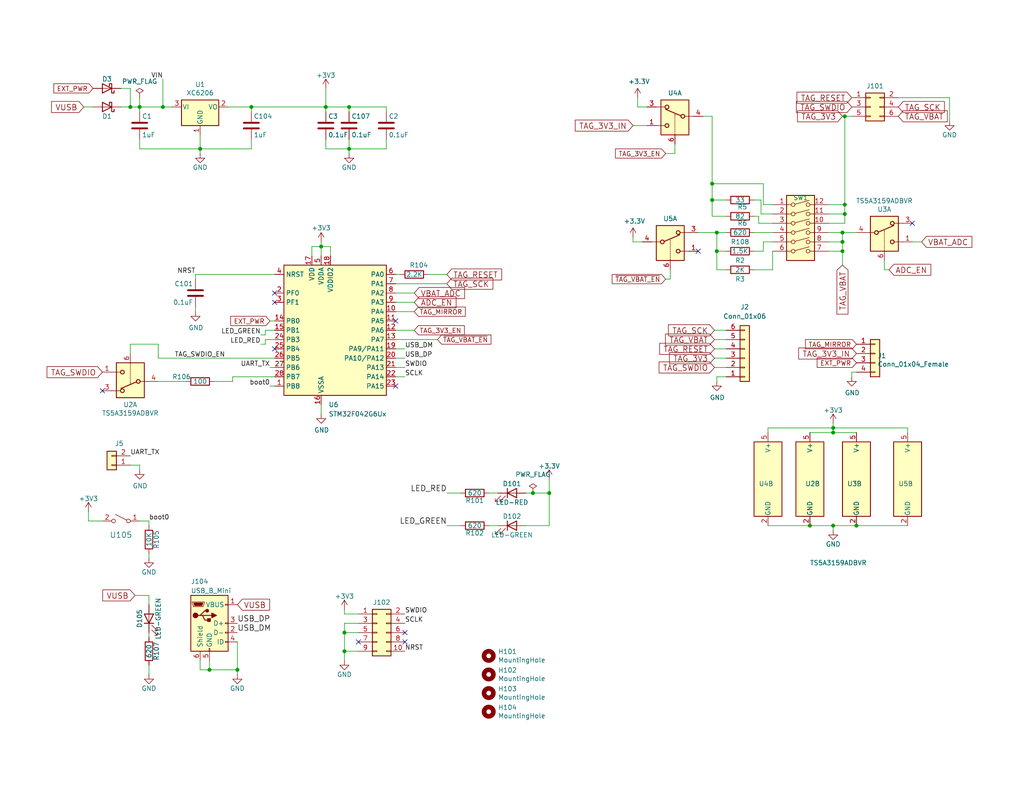
<source format=kicad_sch>
(kicad_sch (version 20211123) (generator eeschema)
  (paper "USLetter")
  (title_block (title "BitTag Base for JLCPCB fab  v7") (date "2023-05-31") (rev "7 "))
  (lib_symbols
    (symbol "Analog_Switch:TS5A3159ADBVR" (pin_names (offset 0.127))
      (property "Reference" "U" (at -3.175 4.699 0))
      (property "Value" "TS5A3159ADBVR" (at -3.175 2.921 0))
      (symbol "TS5A3159ADBVR_1_1"
        (pin passive line (at 7.62 -5.08 180) (length 2.54) (name "~") (number "1"))
        (pin passive line (at 7.62 0 180) (length 2.54) (name "~") (number "3"))
        (pin passive line (at -7.62 -2.54 0) (length 2.54) (name "~") (number "4"))
        (pin input line (at 0 -10.16 90) (length 2.54) (name "~") (number "6"))
      )
      (symbol "TS5A3159ADBVR_2_0"
        (pin power_in line (at 0 -12.7 90) (length 2.54) (name "GND") (number "2"))
        (pin power_in line (at 0 12.7 270) (length 2.54) (name "V+") (number "5"))
      )
    )
    (symbol "Connector:USB_B_Mini" (pin_names (offset 1.016))
      (property "Reference" "J" (at -5.08 11.43 0))
      (property "Value" "USB_B_Mini" (at -5.08 8.89 0))
      (symbol "USB_B_Mini_1_1"
        (pin power_out line (at 7.62 5.08 180) (length 2.54) (name "VBUS") (number "1"))
        (pin bidirectional line (at 7.62 -2.54 180) (length 2.54) (name "D-") (number "2"))
        (pin bidirectional line (at 7.62 0 180) (length 2.54) (name "D+") (number "3"))
        (pin passive line (at 7.62 -5.08 180) (length 2.54) (name "ID") (number "4"))
        (pin power_out line (at 0 -10.16 90) (length 2.54) (name "GND") (number "5"))
        (pin passive line (at -2.54 -10.16 90) (length 2.54) (name "Shield") (number "6"))
      )
    )
    (symbol "Connector_Generic:Conn_01x02" (pin_names (offset 1.016) hide)
      (property "Reference" "J" (at 0 2.54 0))
      (property "Value" "Conn_01x02" (at 0 -5.08 0))
      (symbol "Conn_01x02_1_1"
        (pin passive line (at -5.08 0 0) (length 3.81) (name "Pin_1") (number "1"))
        (pin passive line (at -5.08 -2.54 0) (length 3.81) (name "Pin_2") (number "2"))
      )
    )
    (symbol "Connector_Generic:Conn_01x04" (pin_names (offset 1.016) hide)
      (property "Reference" "J" (at 0 5.08 0))
      (property "Value" "Conn_01x04" (at 0 -7.62 0))
      (symbol "Conn_01x04_1_1"
        (pin passive line (at -5.08 2.54 0) (length 3.81) (name "Pin_1") (number "1"))
        (pin passive line (at -5.08 0 0) (length 3.81) (name "Pin_2") (number "2"))
        (pin passive line (at -5.08 -2.54 0) (length 3.81) (name "Pin_3") (number "3"))
        (pin passive line (at -5.08 -5.08 0) (length 3.81) (name "Pin_4") (number "4"))
      )
    )
    (symbol "Connector_Generic:Conn_01x06" (pin_names (offset 1.016) hide)
      (property "Reference" "J" (at 0 7.62 0))
      (property "Value" "Conn_01x06" (at 0 -10.16 0))
      (symbol "Conn_01x06_1_1"
        (pin passive line (at -5.08 5.08 0) (length 3.81) (name "Pin_1") (number "1"))
        (pin passive line (at -5.08 2.54 0) (length 3.81) (name "Pin_2") (number "2"))
        (pin passive line (at -5.08 0 0) (length 3.81) (name "Pin_3") (number "3"))
        (pin passive line (at -5.08 -2.54 0) (length 3.81) (name "Pin_4") (number "4"))
        (pin passive line (at -5.08 -5.08 0) (length 3.81) (name "Pin_5") (number "5"))
        (pin passive line (at -5.08 -7.62 0) (length 3.81) (name "Pin_6") (number "6"))
      )
    )
    (symbol "Connector_Generic:Conn_02x03_Odd_Even" (pin_names (offset 1.016) hide)
      (property "Reference" "J" (at 1.27 5.08 0))
      (property "Value" "Conn_02x03_Odd_Even" (at 1.27 -5.08 0))
      (symbol "Conn_02x03_Odd_Even_1_1"
        (pin passive line (at -5.08 2.54 0) (length 3.81) (name "Pin_1") (number "1"))
        (pin passive line (at 7.62 2.54 180) (length 3.81) (name "Pin_2") (number "2"))
        (pin passive line (at -5.08 0 0) (length 3.81) (name "Pin_3") (number "3"))
        (pin passive line (at 7.62 0 180) (length 3.81) (name "Pin_4") (number "4"))
        (pin passive line (at -5.08 -2.54 0) (length 3.81) (name "Pin_5") (number "5"))
        (pin passive line (at 7.62 -2.54 180) (length 3.81) (name "Pin_6") (number "6"))
      )
    )
    (symbol "Connector_Generic:Conn_02x05_Odd_Even" (pin_names (offset 1.016) hide)
      (property "Reference" "J" (at 1.27 7.62 0))
      (property "Value" "Conn_02x05_Odd_Even" (at 1.27 -7.62 0))
      (symbol "Conn_02x05_Odd_Even_1_1"
        (pin passive line (at -5.08 5.08 0) (length 3.81) (name "Pin_1") (number "1"))
        (pin passive line (at 7.62 -5.08 180) (length 3.81) (name "Pin_10") (number "10"))
        (pin passive line (at 7.62 5.08 180) (length 3.81) (name "Pin_2") (number "2"))
        (pin passive line (at -5.08 2.54 0) (length 3.81) (name "Pin_3") (number "3"))
        (pin passive line (at 7.62 2.54 180) (length 3.81) (name "Pin_4") (number "4"))
        (pin passive line (at -5.08 0 0) (length 3.81) (name "Pin_5") (number "5"))
        (pin passive line (at 7.62 0 180) (length 3.81) (name "Pin_6") (number "6"))
        (pin passive line (at -5.08 -2.54 0) (length 3.81) (name "Pin_7") (number "7"))
        (pin passive line (at 7.62 -2.54 180) (length 3.81) (name "Pin_8") (number "8"))
        (pin passive line (at -5.08 -5.08 0) (length 3.81) (name "Pin_9") (number "9"))
      )
    )
    (symbol "Device:C" (pin_numbers hide) (pin_names (offset 0.254))
      (property "Reference" "C" (at 0.635 2.54 0))
      (property "Value" "C" (at 0.635 -2.54 0))
      (symbol "C_1_1"
        (pin passive line (at 0 3.81 270) (length 2.794) (name "~") (number "1"))
        (pin passive line (at 0 -3.81 90) (length 2.794) (name "~") (number "2"))
      )
    )
    (symbol "Device:D_Schottky" (pin_numbers hide) (pin_names (offset 1.016) hide)
      (property "Reference" "D" (at 0 2.54 0))
      (property "Value" "D_Schottky" (at 0 -2.54 0))
      (symbol "D_Schottky_1_1"
        (pin passive line (at -3.81 0 0) (length 2.54) (name "K") (number "1"))
        (pin passive line (at 3.81 0 180) (length 2.54) (name "A") (number "2"))
      )
    )
    (symbol "Device:LED" (pin_numbers hide) (pin_names (offset 1.016) hide)
      (property "Reference" "D" (at 0 2.54 0))
      (property "Value" "LED" (at 0 -2.54 0))
      (symbol "LED_1_1"
        (pin passive line (at -3.81 0 0) (length 2.54) (name "K") (number "1"))
        (pin passive line (at 3.81 0 180) (length 2.54) (name "A") (number "2"))
      )
    )
    (symbol "Device:R" (pin_numbers hide) (pin_names (offset 0))
      (property "Reference" "R" (at 2.032 0 90))
      (property "Value" "R" (at 0 0 90))
      (symbol "R_1_1"
        (pin passive line (at 0 3.81 270) (length 1.27) (name "~") (number "1"))
        (pin passive line (at 0 -3.81 90) (length 1.27) (name "~") (number "2"))
      )
    )
    (symbol "MCU_ST_STM32F0:STM32F042G6Ux"
      (property "Reference" "U" (at -15.24 19.05 0))
      (property "Value" "STM32F042G6Ux" (at 0 19.05 0))
      (symbol "STM32F042G6Ux_1_1"
        (pin bidirectional line (at -17.78 -15.24 0) (length 2.54) (name "PB8") (number "1"))
        (pin bidirectional line (at 15.24 5.08 180) (length 2.54) (name "PA4") (number "10"))
        (pin bidirectional line (at 15.24 2.54 180) (length 2.54) (name "PA5") (number "11"))
        (pin bidirectional line (at 15.24 0 180) (length 2.54) (name "PA6") (number "12"))
        (pin bidirectional line (at 15.24 -2.54 180) (length 2.54) (name "PA7") (number "13"))
        (pin bidirectional line (at -17.78 2.54 0) (length 2.54) (name "PB0") (number "14"))
        (pin bidirectional line (at -17.78 0 0) (length 2.54) (name "PB1") (number "15"))
        (pin power_in line (at -5.08 -20.32 90) (length 2.54) (name "VSSA") (number "16"))
        (pin power_in line (at -7.62 20.32 270) (length 2.54) (name "VDD") (number "17"))
        (pin power_in line (at -2.54 20.32 270) (length 2.54) (name "VDDIO2") (number "18"))
        (pin bidirectional line (at 15.24 -5.08 180) (length 2.54) (name "PA9/PA11") (number "19"))
        (pin input line (at -17.78 10.16 0) (length 2.54) (name "PF0") (number "2"))
        (pin bidirectional line (at 15.24 -7.62 180) (length 2.54) (name "PA10/PA12") (number "20"))
        (pin bidirectional line (at 15.24 -10.16 180) (length 2.54) (name "PA13") (number "21"))
        (pin bidirectional line (at 15.24 -12.7 180) (length 2.54) (name "PA14") (number "22"))
        (pin bidirectional line (at 15.24 -15.24 180) (length 2.54) (name "PA15") (number "23"))
        (pin bidirectional line (at -17.78 -2.54 0) (length 2.54) (name "PB3") (number "24"))
        (pin bidirectional line (at -17.78 -5.08 0) (length 2.54) (name "PB4") (number "25"))
        (pin bidirectional line (at -17.78 -7.62 0) (length 2.54) (name "PB5") (number "26"))
        (pin bidirectional line (at -17.78 -10.16 0) (length 2.54) (name "PB6") (number "27"))
        (pin bidirectional line (at -17.78 -12.7 0) (length 2.54) (name "PB7") (number "28"))
        (pin input line (at -17.78 7.62 0) (length 2.54) (name "PF1") (number "3"))
        (pin input line (at -17.78 15.24 0) (length 2.54) (name "NRST") (number "4"))
        (pin power_in line (at -5.08 20.32 270) (length 2.54) (name "VDDA") (number "5"))
        (pin bidirectional line (at 15.24 15.24 180) (length 2.54) (name "PA0") (number "6"))
        (pin bidirectional line (at 15.24 12.7 180) (length 2.54) (name "PA1") (number "7"))
        (pin bidirectional line (at 15.24 10.16 180) (length 2.54) (name "PA2") (number "8"))
        (pin bidirectional line (at 15.24 7.62 180) (length 2.54) (name "PA3") (number "9"))
      )
    )
    (symbol "Mechanical:MountingHole" (pin_names (offset 1.016))
      (property "Reference" "H" (at 0 5.08 0))
      (property "Value" "MountingHole" (at 0 3.175 0))
    )
    (symbol "Regulator_Linear:XC6206PxxxMR" (pin_names (offset 0.254))
      (property "Reference" "U" (at -3.81 3.175 0))
      (property "Value" "XC6206PxxxMR" (at 0 3.175 0))
      (symbol "XC6206PxxxMR_1_1"
        (pin power_in line (at 0 -7.62 90) (length 2.54) (name "GND") (number "1"))
        (pin power_out line (at 7.62 0 180) (length 2.54) (name "VO") (number "2"))
        (pin power_in line (at -7.62 0 0) (length 2.54) (name "VI") (number "3"))
      )
    )
    (symbol "Switch:SW_DIP_x06" (pin_names (offset 0) hide)
      (property "Reference" "SW" (at 0 11.43 0))
      (property "Value" "SW_DIP_x06" (at 0 -8.89 0))
      (symbol "SW_DIP_x06_1_1"
        (pin passive line (at -7.62 7.62 0) (length 5.08) (name "~") (number "1"))
        (pin passive line (at 7.62 2.54 180) (length 5.08) (name "~") (number "10"))
        (pin passive line (at 7.62 5.08 180) (length 5.08) (name "~") (number "11"))
        (pin passive line (at 7.62 7.62 180) (length 5.08) (name "~") (number "12"))
        (pin passive line (at -7.62 5.08 0) (length 5.08) (name "~") (number "2"))
        (pin passive line (at -7.62 2.54 0) (length 5.08) (name "~") (number "3"))
        (pin passive line (at -7.62 0 0) (length 5.08) (name "~") (number "4"))
        (pin passive line (at -7.62 -2.54 0) (length 5.08) (name "~") (number "5"))
        (pin passive line (at -7.62 -5.08 0) (length 5.08) (name "~") (number "6"))
        (pin passive line (at 7.62 -5.08 180) (length 5.08) (name "~") (number "7"))
        (pin passive line (at 7.62 -2.54 180) (length 5.08) (name "~") (number "8"))
        (pin passive line (at 7.62 0 180) (length 5.08) (name "~") (number "9"))
      )
    )
    (symbol "Switch:SW_SPST" (pin_names (offset 0) hide)
      (property "Reference" "SW" (at 0 3.175 0))
      (property "Value" "SW_SPST" (at 0 -2.54 0))
      (symbol "SW_SPST_1_1"
        (pin passive line (at -5.08 0 0) (length 2.54) (name "A") (number "1"))
        (pin passive line (at 5.08 0 180) (length 2.54) (name "B") (number "2"))
      )
    )
    (symbol "power:+3.3V" (power) (pin_names (offset 0))
      (property "Value" "+3.3V" (at 0 3.556 0))
      (symbol "+3.3V_1_1"
        (pin power_in line (at 0 0 90) (length 0) hide (name "+3.3V") (number "1"))
      )
    )
    (symbol "power:+3V3" (power) (pin_names (offset 0))
      (property "Value" "+3V3" (at 0 3.556 0))
      (symbol "+3V3_1_1"
        (pin power_in line (at 0 0 90) (length 0) hide (name "+3V3") (number "1"))
      )
    )
    (symbol "power:GND" (power) (pin_names (offset 0))
      (property "Value" "GND" (at 0 -3.81 0))
      (symbol "GND_1_1"
        (pin power_in line (at 0 0 270) (length 0) hide (name "GND") (number "1"))
      )
    )
    (symbol "power:PWR_FLAG" (power) (pin_numbers hide) (pin_names (offset 0) hide)
      (property "Value" "PWR_FLAG" (at 0 3.81 0))
      (symbol "PWR_FLAG_0_0"
        (pin power_out line (at 0 0 90) (length 0) (name "pwr") (number "1"))
      )
    )
  )
  (junction (at 64.77 182.88))
  (junction (at 229.87 63.5))
  (junction (at 93.98 177.8))
  (junction (at 95.25 40.64))
  (junction (at 57.15 182.88))
  (junction (at 230.505 31.75))
  (junction (at 220.98 143.51))
  (junction (at 227.33 118.11))
  (junction (at 227.33 143.51))
  (junction (at 194.31 50.165))
  (junction (at 44.45 29.21))
  (junction (at 35.56 29.21))
  (junction (at 95.25 29.21))
  (junction (at 230.505 58.42))
  (junction (at 88.9 29.21))
  (junction (at 227.33 116.84))
  (junction (at 87.63 67.31))
  (junction (at 233.68 143.51))
  (junction (at 68.58 29.21))
  (junction (at 195.58 63.5))
  (junction (at 93.98 172.72))
  (junction (at 195.58 68.58))
  (junction (at 230.505 55.88))
  (junction (at 54.61 40.64))
  (junction (at 145.415 134.62))
  (junction (at 194.31 54.61))
  (junction (at 229.87 68.58))
  (junction (at 149.86 134.62))
  (junction (at 229.87 66.04))
  (junction (at 38.1 29.21))
  (no_connect (at 97.79 175.26))
  (no_connect (at 74.93 80.01))
  (no_connect (at 27.94 106.68))
  (no_connect (at 110.49 175.26))
  (no_connect (at 190.5 68.58))
  (no_connect (at 74.93 82.55))
  (no_connect (at 110.49 172.72))
  (no_connect (at 107.95 105.41))
  (no_connect (at 74.93 95.25))
  (no_connect (at 248.92 60.96))
  (no_connect (at 107.95 87.63))
  (wire (pts (xy 33.02 29.21) (xy 35.56 29.21)))
  (wire (pts (xy 88.9 29.21) (xy 95.25 29.21)))
  (wire (pts (xy 194.31 54.61) (xy 194.31 59.055)))
  (wire (pts (xy 209.55 143.51) (xy 220.98 143.51)))
  (wire (pts (xy 133.35 143.51) (xy 135.89 143.51)))
  (wire (pts (xy 93.98 172.72) (xy 93.98 177.8)))
  (wire (pts (xy 107.95 85.09) (xy 113.03 85.09)))
  (wire (pts (xy 53.34 74.93) (xy 74.93 74.93)))
  (wire (pts (xy 35.56 24.13) (xy 35.56 29.21)))
  (wire (pts (xy 72.39 91.44) (xy 72.39 90.17)))
  (wire (pts (xy 149.86 134.62) (xy 149.86 130.81)))
  (wire (pts (xy 143.51 134.62) (xy 145.415 134.62)))
  (wire (pts (xy 198.12 68.58) (xy 195.58 68.58)))
  (wire (pts (xy 181.61 41.91) (xy 184.15 41.91)))
  (wire (pts (xy 208.28 50.165) (xy 194.31 50.165)))
  (wire (pts (xy 227.33 116.84) (xy 247.65 116.84)))
  (wire (pts (xy 176.53 29.21) (xy 173.99 29.21)))
  (wire (pts (xy 194.945 92.71) (xy 198.12 92.71)))
  (wire (pts (xy 93.98 170.18) (xy 93.98 172.72)))
  (wire (pts (xy 194.31 54.61) (xy 198.12 54.61)))
  (wire (pts (xy 194.945 95.25) (xy 198.12 95.25)))
  (wire (pts (xy 195.58 73.66) (xy 198.12 73.66)))
  (wire (pts (xy 133.35 134.62) (xy 135.89 134.62)))
  (wire (pts (xy 38.1 142.24) (xy 40.64 142.24)))
  (wire (pts (xy 230.505 31.75) (xy 232.41 31.75)))
  (wire (pts (xy 107.95 102.87) (xy 110.49 102.87)))
  (wire (pts (xy 208.28 66.04) (xy 208.28 68.58)))
  (wire (pts (xy 143.51 143.51) (xy 149.86 143.51)))
  (wire (pts (xy 208.28 68.58) (xy 205.74 68.58)))
  (wire (pts (xy 226.06 63.5) (xy 229.87 63.5)))
  (wire (pts (xy 107.95 97.79) (xy 110.49 97.79)))
  (wire (pts (xy 191.77 31.75) (xy 194.31 31.75)))
  (wire (pts (xy 198.12 102.87) (xy 195.58 102.87)))
  (wire (pts (xy 172.72 34.29) (xy 176.53 34.29)))
  (wire (pts (xy 40.64 151.13) (xy 40.64 152.4)))
  (wire (pts (xy 229.87 66.04) (xy 229.87 63.5)))
  (wire (pts (xy 87.63 67.31) (xy 90.17 67.31)))
  (wire (pts (xy 57.15 182.88) (xy 54.61 182.88)))
  (wire (pts (xy 230.505 31.75) (xy 230.505 55.88)))
  (wire (pts (xy 53.34 76.2) (xy 53.34 74.93)))
  (wire (pts (xy 107.95 100.33) (xy 110.49 100.33)))
  (wire (pts (xy 40.64 172.72) (xy 40.64 173.99)))
  (wire (pts (xy 35.56 93.98) (xy 35.56 96.52)))
  (wire (pts (xy 245.11 26.67) (xy 259.08 26.67)))
  (wire (pts (xy 54.61 40.64) (xy 54.61 41.91)))
  (wire (pts (xy 58.42 104.14) (xy 63.5 104.14)))
  (wire (pts (xy 194.945 90.17) (xy 198.12 90.17)))
  (wire (pts (xy 72.39 93.98) (xy 72.39 92.71)))
  (wire (pts (xy 198.12 63.5) (xy 195.58 63.5)))
  (wire (pts (xy 209.55 116.84) (xy 227.33 116.84)))
  (wire (pts (xy 53.34 83.82) (xy 53.34 85.09)))
  (wire (pts (xy 230.505 60.96) (xy 226.06 60.96)))
  (wire (pts (xy 107.95 74.93) (xy 109.22 74.93)))
  (wire (pts (xy 93.98 177.8) (xy 93.98 180.34)))
  (wire (pts (xy 145.415 134.62) (xy 149.86 134.62)))
  (wire (pts (xy 68.58 29.21) (xy 68.58 30.48)))
  (wire (pts (xy 87.63 67.31) (xy 87.63 69.85)))
  (wire (pts (xy 107.95 80.01) (xy 113.03 80.01)))
  (wire (pts (xy 194.945 100.33) (xy 198.12 100.33)))
  (wire (pts (xy 184.15 41.91) (xy 184.15 39.37)))
  (wire (pts (xy 207.01 59.055) (xy 207.01 60.96)))
  (wire (pts (xy 40.64 162.56) (xy 36.83 162.56)))
  (wire (pts (xy 107.95 77.47) (xy 121.92 77.47)))
  (wire (pts (xy 72.39 90.17) (xy 74.93 90.17)))
  (wire (pts (xy 43.18 104.14) (xy 50.8 104.14)))
  (wire (pts (xy 38.1 26.67) (xy 38.1 29.21)))
  (wire (pts (xy 226.06 58.42) (xy 230.505 58.42)))
  (wire (pts (xy 95.25 29.21) (xy 105.41 29.21)))
  (wire (pts (xy 35.56 29.21) (xy 38.1 29.21)))
  (wire (pts (xy 64.77 182.88) (xy 64.77 184.15)))
  (wire (pts (xy 97.79 172.72) (xy 93.98 172.72)))
  (wire (pts (xy 230.505 58.42) (xy 230.505 60.96)))
  (wire (pts (xy 205.74 54.61) (xy 207.645 54.61)))
  (wire (pts (xy 43.18 93.98) (xy 43.18 97.79)))
  (wire (pts (xy 73.66 105.41) (xy 74.93 105.41)))
  (wire (pts (xy 57.15 180.34) (xy 57.15 182.88)))
  (wire (pts (xy 210.82 55.88) (xy 208.28 55.88)))
  (wire (pts (xy 233.68 143.51) (xy 247.65 143.51)))
  (wire (pts (xy 229.87 63.5) (xy 233.68 63.5)))
  (wire (pts (xy 226.06 66.04) (xy 229.87 66.04)))
  (wire (pts (xy 121.92 134.62) (xy 125.73 134.62)))
  (wire (pts (xy 90.17 67.31) (xy 90.17 69.85)))
  (wire (pts (xy 181.61 76.2) (xy 182.88 76.2)))
  (wire (pts (xy 241.3 73.66) (xy 242.57 73.66)))
  (wire (pts (xy 116.84 74.93) (xy 121.92 74.93)))
  (wire (pts (xy 229.87 31.75) (xy 230.505 31.75)))
  (wire (pts (xy 121.92 143.51) (xy 125.73 143.51)))
  (wire (pts (xy 210.82 73.66) (xy 205.74 73.66)))
  (wire (pts (xy 38.1 127) (xy 38.1 128.27)))
  (wire (pts (xy 95.25 29.21) (xy 95.25 30.48)))
  (wire (pts (xy 194.31 59.055) (xy 198.12 59.055)))
  (wire (pts (xy 195.58 68.58) (xy 195.58 73.66)))
  (wire (pts (xy 87.63 110.49) (xy 87.63 113.03)))
  (wire (pts (xy 207.645 58.42) (xy 210.82 58.42)))
  (wire (pts (xy 107.95 90.17) (xy 113.03 90.17)))
  (wire (pts (xy 205.74 63.5) (xy 210.82 63.5)))
  (wire (pts (xy 97.79 177.8) (xy 93.98 177.8)))
  (wire (pts (xy 93.98 166.37) (xy 93.98 167.64)))
  (wire (pts (xy 88.9 30.48) (xy 88.9 29.21)))
  (wire (pts (xy 248.92 66.04) (xy 251.46 66.04)))
  (wire (pts (xy 54.61 36.83) (xy 54.61 40.64)))
  (wire (pts (xy 230.505 55.88) (xy 230.505 58.42)))
  (wire (pts (xy 68.58 29.21) (xy 88.9 29.21)))
  (wire (pts (xy 87.63 67.31) (xy 85.09 67.31)))
  (wire (pts (xy 205.74 59.055) (xy 207.01 59.055)))
  (wire (pts (xy 247.65 116.84) (xy 247.65 118.11)))
  (wire (pts (xy 85.09 67.31) (xy 85.09 69.85)))
  (wire (pts (xy 194.31 31.75) (xy 194.31 50.165)))
  (wire (pts (xy 229.87 68.58) (xy 229.87 66.04)))
  (wire (pts (xy 182.88 76.2) (xy 182.88 73.66)))
  (wire (pts (xy 107.95 95.25) (xy 110.49 95.25)))
  (wire (pts (xy 64.77 182.88) (xy 57.15 182.88)))
  (wire (pts (xy 207.645 54.61) (xy 207.645 58.42)))
  (wire (pts (xy 232.41 101.6) (xy 232.41 102.87)))
  (wire (pts (xy 208.28 55.88) (xy 208.28 50.165)))
  (wire (pts (xy 54.61 40.64) (xy 68.58 40.64)))
  (wire (pts (xy 194.31 50.165) (xy 194.31 54.61)))
  (wire (pts (xy 210.82 68.58) (xy 210.82 73.66)))
  (wire (pts (xy 73.66 87.63) (xy 74.93 87.63)))
  (wire (pts (xy 95.25 38.1) (xy 95.25 40.64)))
  (wire (pts (xy 107.95 92.71) (xy 119.38 92.71)))
  (wire (pts (xy 88.9 24.13) (xy 88.9 29.21)))
  (wire (pts (xy 87.63 66.04) (xy 87.63 67.31)))
  (wire (pts (xy 226.06 68.58) (xy 229.87 68.58)))
  (wire (pts (xy 190.5 63.5) (xy 195.58 63.5)))
  (wire (pts (xy 68.58 40.64) (xy 68.58 38.1)))
  (wire (pts (xy 71.12 91.44) (xy 72.39 91.44)))
  (wire (pts (xy 44.45 21.59) (xy 44.45 29.21)))
  (wire (pts (xy 72.39 92.71) (xy 74.93 92.71)))
  (wire (pts (xy 195.58 63.5) (xy 195.58 68.58)))
  (wire (pts (xy 38.1 40.64) (xy 54.61 40.64)))
  (wire (pts (xy 38.1 38.1) (xy 38.1 40.64)))
  (wire (pts (xy 105.41 40.64) (xy 95.25 40.64)))
  (wire (pts (xy 149.86 143.51) (xy 149.86 134.62)))
  (wire (pts (xy 107.95 82.55) (xy 113.03 82.55)))
  (wire (pts (xy 38.1 29.21) (xy 38.1 30.48)))
  (wire (pts (xy 74.93 102.87) (xy 63.5 102.87)))
  (wire (pts (xy 220.98 118.11) (xy 227.33 118.11)))
  (wire (pts (xy 43.18 93.98) (xy 35.56 93.98)))
  (wire (pts (xy 209.55 116.84) (xy 209.55 118.11)))
  (wire (pts (xy 227.33 118.11) (xy 233.68 118.11)))
  (wire (pts (xy 173.99 26.67) (xy 173.99 29.21)))
  (wire (pts (xy 38.1 29.21) (xy 44.45 29.21)))
  (wire (pts (xy 172.72 66.04) (xy 175.26 66.04)))
  (wire (pts (xy 35.56 127) (xy 38.1 127)))
  (wire (pts (xy 73.66 100.33) (xy 74.93 100.33)))
  (wire (pts (xy 105.41 29.21) (xy 105.41 30.48)))
  (wire (pts (xy 40.64 181.61) (xy 40.64 184.15)))
  (wire (pts (xy 233.68 101.6) (xy 232.41 101.6)))
  (wire (pts (xy 44.45 29.21) (xy 46.99 29.21)))
  (wire (pts (xy 22.86 29.21) (xy 25.4 29.21)))
  (wire (pts (xy 194.945 97.79) (xy 198.12 97.79)))
  (wire (pts (xy 62.23 29.21) (xy 68.58 29.21)))
  (wire (pts (xy 220.98 143.51) (xy 227.33 143.51)))
  (wire (pts (xy 241.3 71.12) (xy 241.3 73.66)))
  (wire (pts (xy 40.64 143.51) (xy 40.64 142.24)))
  (wire (pts (xy 24.13 142.24) (xy 27.94 142.24)))
  (wire (pts (xy 35.56 24.13) (xy 33.02 24.13)))
  (wire (pts (xy 88.9 38.1) (xy 88.9 40.64)))
  (wire (pts (xy 40.64 165.1) (xy 40.64 162.56)))
  (wire (pts (xy 227.33 115.57) (xy 227.33 116.84)))
  (wire (pts (xy 105.41 38.1) (xy 105.41 40.64)))
  (wire (pts (xy 229.87 68.58) (xy 229.87 72.39)))
  (wire (pts (xy 74.93 97.79) (xy 43.18 97.79)))
  (wire (pts (xy 210.82 66.04) (xy 208.28 66.04)))
  (wire (pts (xy 227.33 116.84) (xy 227.33 118.11)))
  (wire (pts (xy 71.12 93.98) (xy 72.39 93.98)))
  (wire (pts (xy 54.61 182.88) (xy 54.61 180.34)))
  (wire (pts (xy 226.06 55.88) (xy 230.505 55.88)))
  (wire (pts (xy 63.5 102.87) (xy 63.5 104.14)))
  (wire (pts (xy 93.98 167.64) (xy 97.79 167.64)))
  (wire (pts (xy 97.79 170.18) (xy 93.98 170.18)))
  (wire (pts (xy 64.77 175.26) (xy 64.77 182.88)))
  (wire (pts (xy 227.33 143.51) (xy 227.33 144.78)))
  (wire (pts (xy 88.9 40.64) (xy 95.25 40.64)))
  (wire (pts (xy 95.25 40.64) (xy 95.25 41.91)))
  (wire (pts (xy 24.13 139.7) (xy 24.13 142.24)))
  (wire (pts (xy 207.01 60.96) (xy 210.82 60.96)))
  (wire (pts (xy 195.58 102.87) (xy 195.58 104.14)))
  (wire (pts (xy 233.68 143.51) (xy 227.33 143.51)))
  (wire (pts (xy 172.72 64.77) (xy 172.72 66.04)))
  (wire (pts (xy 259.08 26.67) (xy 259.08 33.02)))
  (label "USB_DP" (at 64.77 170.18 0) (effects (font (size 1.524 1.524))))
  (label "LED_GREEN" (at 121.92 143.51 180) (effects (font (size 1.524 1.524))))
  (label "USB_DM" (at 110.49 95.25 0))
  (label "SCLK" (at 110.49 102.87 0))
  (label "SWDIO" (at 110.49 100.33 0))
  (label "NRST" (at 53.34 74.93 180))
  (label "boot0" (at 73.66 105.41 180))
  (label "LED_GREEN" (at 71.12 91.44 180))
  (label "VIN" (at 44.45 21.59 180))
  (label "NRST" (at 110.49 177.8 0))
  (label "UART_TX" (at 73.66 100.33 180))
  (label "SWDIO" (at 110.49 167.64 0))
  (label "USB_DP" (at 110.49 97.79 0))
  (label "TAG_SWDIO_EN" (at 47.625 97.79 0))
  (label "LED_RED" (at 121.92 134.62 180) (effects (font (size 1.524 1.524))))
  (label "boot0" (at 40.64 142.24 0))
  (label "SCLK" (at 110.49 170.18 0))
  (label "LED_RED" (at 71.12 93.98 180))
  (label "USB_DM" (at 64.77 172.72 0) (effects (font (size 1.524 1.524))))
  (label "UART_TX" (at 35.56 124.46 0))
  (global_label "TAG_VBAT" (shape input) (at 245.11 31.75 0) (effects (font (size 1.524 1.524))) (property "Intersheet References" "${INTERSHEET_REFS}" (effects hide)))
  (global_label "TAG_SCK" (shape input) (at 194.945 90.17 180) (effects (font (size 1.524 1.524))) (property "Intersheet References" "${INTERSHEET_REFS}" (effects hide)))
  (global_label "TAG_RESET" (shape input) (at 232.41 26.67 180) (effects (font (size 1.524 1.524))) (property "Intersheet References" "${INTERSHEET_REFS}" (effects hide)))
  (global_label "VUSB" (shape input) (at 22.86 29.21 180) (effects (font (size 1.524 1.524))) (property "Intersheet References" "${INTERSHEET_REFS}" (effects hide)))
  (global_label "VBAT_ADC" (shape input) (at 251.46 66.04 0) (effects (font (size 1.524 1.524))) (property "Intersheet References" "${INTERSHEET_REFS}" (effects hide)))
  (global_label "~{TAG_VBAT_EN}" (shape input) (at 119.38 92.71 0) (property "Intersheet References" "${INTERSHEET_REFS}" (effects hide)))
  (global_label "EXT_PWR" (shape input) (at 25.4 24.13 180) (property "Intersheet References" "${INTERSHEET_REFS}" (effects hide)))
  (global_label "TAG_MIRROR" (shape input) (at 113.03 85.09 0) (property "Intersheet References" "${INTERSHEET_REFS}" (effects hide)))
  (global_label "TAG_3V3_IN" (shape input) (at 233.68 96.52 180) (effects (font (size 1.524 1.524))) (property "Intersheet References" "${INTERSHEET_REFS}" (effects hide)))
  (global_label "ADC_EN" (shape input) (at 113.03 82.55 0) (effects (font (size 1.524 1.524))) (property "Intersheet References" "${INTERSHEET_REFS}" (effects hide)))
  (global_label "TAG_SCK" (shape input) (at 245.11 29.21 0) (effects (font (size 1.524 1.524))) (property "Intersheet References" "${INTERSHEET_REFS}" (effects hide)))
  (global_label "TAG_SWDIO" (shape input) (at 27.94 101.6 180) (effects (font (size 1.524 1.524))) (property "Intersheet References" "${INTERSHEET_REFS}" (effects hide)))
  (global_label "TAG_3V3" (shape input) (at 229.87 31.75 180) (effects (font (size 1.524 1.524))) (property "Intersheet References" "${INTERSHEET_REFS}" (effects hide)))
  (global_label "VBAT_ADC" (shape input) (at 113.03 80.01 0) (effects (font (size 1.524 1.524))) (property "Intersheet References" "${INTERSHEET_REFS}" (effects hide)))
  (global_label "TAG_SCK" (shape input) (at 121.92 77.47 0) (effects (font (size 1.524 1.524))) (property "Intersheet References" "${INTERSHEET_REFS}" (effects hide)))
  (global_label "TAG_SWDIO" (shape input) (at 232.41 29.21 180) (effects (font (size 1.524 1.524))) (property "Intersheet References" "${INTERSHEET_REFS}" (effects hide)))
  (global_label "TAG_MIRROR" (shape input) (at 233.68 93.98 180) (property "Intersheet References" "${INTERSHEET_REFS}" (effects hide)))
  (global_label "VUSB" (shape input) (at 64.77 165.1 0) (effects (font (size 1.524 1.524))) (property "Intersheet References" "${INTERSHEET_REFS}" (effects hide)))
  (global_label "TAG_3V3_EN" (shape input) (at 113.03 90.17 0) (property "Intersheet References" "${INTERSHEET_REFS}" (effects hide)))
  (global_label "TAG_3V3" (shape input) (at 194.945 97.79 180) (effects (font (size 1.524 1.524))) (property "Intersheet References" "${INTERSHEET_REFS}" (effects hide)))
  (global_label "EXT_PWR" (shape input) (at 233.68 99.06 180) (property "Intersheet References" "${INTERSHEET_REFS}" (effects hide)))
  (global_label "ADC_EN" (shape input) (at 242.57 73.66 0) (effects (font (size 1.524 1.524))) (property "Intersheet References" "${INTERSHEET_REFS}" (effects hide)))
  (global_label "TAG_RESET" (shape input) (at 121.92 74.93 0) (effects (font (size 1.524 1.524))) (property "Intersheet References" "${INTERSHEET_REFS}" (effects hide)))
  (global_label "TAG_VBAT" (shape input) (at 194.945 92.71 180) (effects (font (size 1.524 1.524))) (property "Intersheet References" "${INTERSHEET_REFS}" (effects hide)))
  (global_label "VUSB" (shape input) (at 36.83 162.56 180) (effects (font (size 1.524 1.524))) (property "Intersheet References" "${INTERSHEET_REFS}" (effects hide)))
  (global_label "TAG_3V3_IN" (shape input) (at 172.72 34.29 180) (effects (font (size 1.524 1.524))) (property "Intersheet References" "${INTERSHEET_REFS}" (effects hide)))
  (global_label "TAG_SWDIO" (shape input) (at 194.945 100.33 180) (effects (font (size 1.524 1.524))) (property "Intersheet References" "${INTERSHEET_REFS}" (effects hide)))
  (global_label "TAG_3V3_EN" (shape input) (at 181.61 41.91 180) (property "Intersheet References" "${INTERSHEET_REFS}" (effects hide)))
  (global_label "TAG_VBAT" (shape input) (at 229.87 72.39 270) (effects (font (size 1.524 1.524))) (property "Intersheet References" "${INTERSHEET_REFS}" (effects hide)))
  (global_label "~{TAG_VBAT_EN}" (shape input) (at 181.61 76.2 180) (property "Intersheet References" "${INTERSHEET_REFS}" (effects hide)))
  (global_label "EXT_PWR" (shape input) (at 73.66 87.63 180) (property "Intersheet References" "${INTERSHEET_REFS}" (effects hide)))
  (global_label "TAG_RESET" (shape input) (at 194.945 95.25 180) (effects (font (size 1.524 1.524))) (property "Intersheet References" "${INTERSHEET_REFS}" (effects hide)))
  (symbol (lib_id "Connector:USB_B_Mini") (at 57.15 170.18 0) (unit 1)
    (property "Reference" "J104" (at 52.07 158.75 0) (effects (justify left)))
    (property "Value" "USB_B_Mini" (at 52.07 161.29 0) (effects (justify left)))
    (property "Footprint" "tagbase:USB_Mini-B" (effects hide))
    (property "MFN" "EDAC" (effects hide))
    (property "MPN" "690-005-299-043" (effects hide))
    (property "DISTPN" "151-1206-ND" (effects hide))
  )
  (symbol (lib_id "Device:LED") (at 139.7 134.62 0) (unit 1)
    (property "Reference" "D101" (at 139.7 132.08 0))
    (property "Value" "LED-RED" (at 139.7 137.16 0))
    (property "Footprint" "LED_SMD:LED_0603_1608Metric" (effects hide))
    (property "Macrofab" "MF-LED-0603-RED" (effects hide))
    (property "MPN" "KT-0603R" (effects hide))
    (property "LCSC" "C2286" (effects hide))
    (property "MFN" "Hubei KENTO Elec" (effects hide))
  )
  (symbol (lib_id "Device:LED") (at 139.7 143.51 0) (unit 1)
    (property "Reference" "D102" (at 139.7 140.97 0))
    (property "Value" "LED-GREEN" (at 139.7 146.05 0))
    (property "Footprint" "LED_SMD:LED_0603_1608Metric" (effects hide))
    (property "Macrofab" "MF-LED-0603-GREEN" (effects hide))
    (property "MPN" "19-217/GHC-YR1S2/3T" (effects hide))
    (property "LCSC" "C72043" (effects hide))
    (property "MFN" "Everlight Elec" (effects hide))
  )
  (symbol (lib_id "power:+3.3V") (at 149.86 130.81 0) (unit 1)
    (property "Reference" "#PWR03" (effects hide))
    (property "Value" "+3.3V" (at 149.86 127.254 0))
  )
  (symbol (lib_id "Device:R") (at 129.54 134.62 270) (unit 1)
    (property "Reference" "R101" (at 129.54 136.652 90))
    (property "Value" "620" (at 129.54 134.62 90))
    (property "Footprint" "Resistor_SMD:R_0603_1608Metric" (effects hide))
    (property "LCSC" "C23220" (effects hide))
    (property "MFN" "Uniroyal Elec." (effects hide))
    (property "MPN" "0603WAF6200T5E" (effects hide))
  )
  (symbol (lib_id "Device:R") (at 129.54 143.51 270) (unit 1)
    (property "Reference" "R102" (at 129.54 145.542 90))
    (property "Value" "620" (at 129.54 143.51 90))
    (property "Footprint" "Resistor_SMD:R_0603_1608Metric" (effects hide))
    (property "LCSC" "C23220" (effects hide))
    (property "MFN" "Uniroyal Elec." (effects hide))
    (property "MPN" "0603WAF6200T5E" (effects hide))
  )
  (symbol (lib_id "power:GND") (at 40.64 152.4 0) (mirror y) (unit 1)
    (property "Reference" "#PWR05" (effects hide))
    (property "Value" "GND" (at 40.64 156.21 0))
  )
  (symbol (lib_id "Device:R") (at 40.64 147.32 0) (mirror x) (unit 1)
    (property "Reference" "R105" (at 42.672 147.32 90))
    (property "Value" "10K" (at 40.64 147.32 90))
    (property "Footprint" "Resistor_SMD:R_0603_1608Metric" (effects hide))
    (property "LCSC" "C25804" (effects hide))
    (property "MFN" "Uniroyal Elec." (effects hide))
    (property "MPN" "0603WAF1002T5E" (effects hide))
  )
  (symbol (lib_id "Device:C") (at 53.34 80.01 0) (mirror y) (unit 1)
    (property "Reference" "C101" (at 52.705 77.47 0) (effects (justify left)))
    (property "Value" "0.1uF" (at 52.705 82.55 0) (effects (justify left)))
    (property "Footprint" "Capacitor_SMD:C_0603_1608Metric" (effects hide))
    (property "LCSC" "C14663" (effects hide))
    (property "MFN" "YAGEO" (effects hide))
    (property "MPN" "CC0603KRX7R9BB104" (effects hide))
  )
  (symbol (lib_id "power:+3V3") (at 24.13 139.7 0) (mirror y) (unit 1)
    (property "Reference" "#PWR07" (effects hide))
    (property "Value" "+3V3" (at 24.13 136.144 0))
  )
  (symbol (lib_id "Device:R") (at 54.61 104.14 270) (unit 1)
    (property "Reference" "R106" (at 49.53 102.87 90))
    (property "Value" "100" (at 54.61 104.14 90))
    (property "Footprint" "Resistor_SMD:R_0603_1608Metric" (effects hide))
    (property "LCSC" "C22775" (effects hide))
    (property "MFN" "Uniroyal Elec." (effects hide))
    (property "MPN" "0603WAF1000T5E" (effects hide))
  )
  (symbol (lib_id "Switch:SW_SPST") (at 33.02 142.24 0) (mirror y) (unit 1)
    (property "Reference" "U105" (at 33.02 146.05 0) (effects (font (size 1.524 1.524))))
    (property "Value" "Tactile Switch" (effects hide))
    (property "Footprint" "tagbase:SW_SPST_TS_1187" (effects hide))
    (property "MFN" "XKB Enterprise" (effects hide))
    (property "MPN" "TS-1187A-C-E-B" (effects hide))
    (property "LCSC" "C318889" (effects hide))
  )
  (symbol (lib_id "power:GND") (at 227.33 144.78 0) (unit 1)
    (property "Reference" "#PWR010" (effects hide))
    (property "Value" "GND" (at 227.33 148.59 0))
  )
  (symbol (lib_id "Device:R") (at 113.03 74.93 270) (unit 1)
    (property "Reference" "R104" (at 114.3 72.39 90))
    (property "Value" "2.2K" (at 113.03 74.93 90))
    (property "Footprint" "Resistor_SMD:R_0603_1608Metric" (effects hide))
    (property "LCSC" "C4190" (effects hide))
    (property "MFN" "Uniroyal Elec." (effects hide))
    (property "MPN" "0603WAF1002T5E" (effects hide))
  )
  (symbol (lib_id "power:+3V3") (at 227.33 115.57 0) (unit 1)
    (property "Reference" "#PWR015" (effects hide))
    (property "Value" "+3V3" (at 227.33 112.014 0))
  )
  (symbol (lib_id "Device:C") (at 95.25 34.29 0) (unit 1)
    (property "Reference" "C107" (at 95.885 31.75 0) (effects (justify left)))
    (property "Value" "0.1uF" (at 95.885 36.83 0) (effects (justify left)))
    (property "Footprint" "Capacitor_SMD:C_0603_1608Metric" (effects hide))
    (property "LCSC" "C14663" (effects hide))
    (property "MFN" "YAGEO" (effects hide))
    (property "MPN" "CC0603KRX7R9BB104" (effects hide))
  )
  (symbol (lib_id "power:GND") (at 54.61 41.91 0) (unit 1)
    (property "Reference" "#PWR0102" (effects hide))
    (property "Value" "GND" (at 54.61 45.72 0))
  )
  (symbol (lib_id "Device:C") (at 68.58 34.29 0) (unit 1)
    (property "Reference" "C104" (at 69.215 31.75 0) (effects (justify left)))
    (property "Value" "1uF" (at 69.215 36.83 0) (effects (justify left)))
    (property "Footprint" "Capacitor_SMD:C_0603_1608Metric" (effects hide))
    (property "LCSC" "C15849" (effects hide))
    (property "MFN" "Samsung Electro-Mechanics" (effects hide))
    (property "MPN" "CL10A105KB8NNNC" (effects hide))
  )
  (symbol (lib_id "power:GND") (at 93.98 180.34 0) (unit 1)
    (property "Reference" "#PWR0113" (effects hide))
    (property "Value" "GND" (at 93.98 184.15 0))
  )
  (symbol (lib_id "power:+3V3") (at 93.98 166.37 0) (unit 1)
    (property "Reference" "#PWR0114" (effects hide))
    (property "Value" "+3V3" (at 93.98 162.814 0))
  )
  (symbol (lib_id "power:GND") (at 64.77 184.15 0) (mirror y) (unit 1)
    (property "Reference" "#PWR0109" (effects hide))
    (property "Value" "GND" (at 64.77 187.96 0))
  )
  (symbol (lib_id "Connector_Generic:Conn_02x03_Odd_Even") (at 237.49 29.21 0) (unit 1)
    (property "Reference" "J101" (at 238.76 23.495 0))
    (property "Value" "Conn_02x03_Odd_Even" (effects hide))
    (property "Footprint" "tagbase:6pin_tagpoints_new_offset" (effects hide))
    (property "Config" "DNF" (effects hide))
    (property "DISTPN" "SAM8798-ND" (effects hide))
  )
  (symbol (lib_id "power:GND") (at 259.08 33.02 0) (unit 1)
    (property "Reference" "#PWR0112" (effects hide))
    (property "Value" "GND" (at 259.08 36.83 0))
  )
  (symbol (lib_id "Mechanical:MountingHole") (at 133.35 179.07 0) (unit 1)
    (property "Reference" "H101" (at 135.89 177.9016 0) (effects (justify left)))
    (property "Value" "MountingHole" (at 135.89 180.213 0) (effects (justify left)))
    (property "Footprint" "tagbase:MountingHole_3.2mm_M3" (effects hide))
    (property "Config" "DNF" (effects hide))
  )
  (symbol (lib_id "Mechanical:MountingHole") (at 133.35 184.15 0) (unit 1)
    (property "Reference" "H102" (at 135.89 182.9816 0) (effects (justify left)))
    (property "Value" "MountingHole" (at 135.89 185.293 0) (effects (justify left)))
    (property "Footprint" "tagbase:MountingHole_3.2mm_M3" (effects hide))
    (property "Config" "DNF" (effects hide))
  )
  (symbol (lib_id "Mechanical:MountingHole") (at 133.35 189.23 0) (unit 1)
    (property "Reference" "H103" (at 135.89 188.0616 0) (effects (justify left)))
    (property "Value" "MountingHole" (at 135.89 190.373 0) (effects (justify left)))
    (property "Footprint" "tagbase:MountingHole_3.2mm_M3" (effects hide))
    (property "Config" "DNF" (effects hide))
  )
  (symbol (lib_id "Mechanical:MountingHole") (at 133.35 194.31 0) (unit 1)
    (property "Reference" "H104" (at 135.89 193.1416 0) (effects (justify left)))
    (property "Value" "MountingHole" (at 135.89 195.453 0) (effects (justify left)))
    (property "Footprint" "tagbase:MountingHole_3.2mm_M3" (effects hide))
    (property "Config" "DNF" (effects hide))
  )
  (symbol (lib_id "Device:R") (at 201.93 63.5 90) (unit 1)
    (property "Reference" "R108" (at 201.93 66.04 90))
    (property "Value" "620" (at 201.93 63.5 90))
    (property "Footprint" "Resistor_SMD:R_0603_1608Metric" (effects hide))
    (property "LCSC" "C23220" (effects hide))
    (property "MFN" "Uniroyal Elec." (effects hide))
    (property "MPN" "0603WAF6200T5E" (effects hide))
  )
  (symbol (lib_id "Device:LED") (at 40.64 168.91 90) (unit 1)
    (property "Reference" "D105" (at 38.1 168.91 0))
    (property "Value" "LED-GREEN" (at 43.18 168.91 0))
    (property "Footprint" "LED_SMD:LED_0603_1608Metric" (effects hide))
    (property "Macrofab" "MF-LED-0603-GREEN" (effects hide))
    (property "MPN" "19-217/GHC-YR1S2/3T" (effects hide))
    (property "LCSC" "C72043" (effects hide))
    (property "MFN" "Everlight Elec" (effects hide))
  )
  (symbol (lib_id "Device:R") (at 40.64 177.8 0) (unit 1)
    (property "Reference" "R107" (at 42.672 177.8 90))
    (property "Value" "620" (at 40.64 177.8 90))
    (property "Footprint" "Resistor_SMD:R_0603_1608Metric" (effects hide))
    (property "LCSC" "C23220" (effects hide))
    (property "MFN" "Uniroyal Elec." (effects hide))
    (property "MPN" "0603WAF6200T5E" (effects hide))
  )
  (symbol (lib_id "power:GND") (at 40.64 184.15 0) (unit 1)
    (property "Reference" "#PWR0101" (effects hide))
    (property "Value" "GND" (at 40.64 187.96 0))
  )
  (symbol (lib_id "Connector_Generic:Conn_02x05_Odd_Even") (at 102.87 172.72 0) (unit 1)
    (property "Reference" "J102" (at 104.14 164.465 0))
    (property "Value" "Conn_02x05_Odd_Even" (effects hide))
    (property "Footprint" "tagbase:FTSH-105-01-F-D-K" (effects hide))
  )
  (symbol (lib_id "power:+3.3V") (at 172.72 64.77 0) (unit 1)
    (property "Reference" "#PWR0103" (effects hide))
    (property "Value" "+3.3V" (at 173.101 60.3758 0))
  )
  (symbol (lib_id "Analog_Switch:TS5A3159ADBVR") (at 35.56 106.68 180) (unit 1)
    (property "Reference" "U2" (at 35.56 110.49 0))
    (property "Value" "TS5A3159ADBVR" (at 35.56 112.8014 0))
    (property "Footprint" "Package_TO_SOT_SMD:SOT-23-6" (effects hide))
    (property "Datasheet" "http://www.ti.com/lit/ds/symlink/ts5a3159a.pdf" (effects hide))
    (property "MFN" "Texas Instruments" (effects hide))
    (property "MPN" "TS5A3159ADBVR" (effects hide))
    (property "LCSC" "C128405" (effects hide))
  )
  (symbol (lib_id "Analog_Switch:TS5A3159ADBVR") (at 220.98 130.81 0) (unit 2)
    (property "Reference" "U2" (at 219.71 132.08 0) (effects (justify left)))
    (property "Value" "TS5A3159ADBVR" (at 220.98 153.67 0) (effects (justify left)))
    (property "Footprint" "Package_TO_SOT_SMD:SOT-23-6" (effects hide))
    (property "Datasheet" "http://www.ti.com/lit/ds/symlink/ts5a3159a.pdf" (effects hide))
    (property "LCSC" "C128405" (effects hide))
    (property "MFN" "Texas Instruments" (effects hide))
    (property "MPN" "TS5A3159ADBVR" (effects hide))
  )
  (symbol (lib_id "Analog_Switch:TS5A3159ADBVR") (at 233.68 130.81 0) (unit 2)
    (property "Reference" "U3" (at 231.14 132.08 0) (effects (justify left)))
    (property "Value" "TS5A3159ADBVR" (effects hide))
    (property "Footprint" "Package_TO_SOT_SMD:SOT-23-6" (effects hide))
    (property "Datasheet" "http://www.ti.com/lit/ds/symlink/ts5a3159a.pdf" (effects hide))
    (property "LCSC" "C128405" (effects hide))
    (property "MFN" "Texas Instruments" (effects hide))
    (property "MPN" "TS5A3159ADBVR" (effects hide))
  )
  (symbol (lib_id "Analog_Switch:TS5A3159ADBVR") (at 241.3 60.96 0) (unit 1)
    (property "Reference" "U3" (at 241.3 57.15 0))
    (property "Value" "TS5A3159ADBVR" (at 241.3 54.8386 0))
    (property "Footprint" "Package_TO_SOT_SMD:SOT-23-6" (effects hide))
    (property "Datasheet" "http://www.ti.com/lit/ds/symlink/ts5a3159a.pdf" (effects hide))
    (property "MFN" "Texas Instruments" (effects hide))
    (property "MPN" "TS5A3159ADBVR" (effects hide))
    (property "LCSC" "C128405" (effects hide))
  )
  (symbol (lib_id "Regulator_Linear:XC6206PxxxMR") (at 54.61 29.21 0) (unit 1)
    (property "Reference" "U1" (at 54.61 23.0632 0))
    (property "Value" "XC6206" (at 54.61 25.3746 0))
    (property "Footprint" "Package_TO_SOT_SMD:SOT-23-3" (effects hide))
    (property "Datasheet" "https://www.torexsemi.com/file/xc6206/XC6206.pdf" (effects hide))
    (property "MFN" "Torex" (effects hide))
    (property "MPN" "XC6206P332MR" (effects hide))
    (property "LCSC" "C5446" (effects hide))
  )
  (symbol (lib_id "Device:C") (at 38.1 34.29 0) (unit 1)
    (property "Reference" "C1" (at 38.735 31.75 0) (effects (justify left)))
    (property "Value" "1uF" (at 38.735 36.83 0) (effects (justify left)))
    (property "Footprint" "Capacitor_SMD:C_0603_1608Metric" (effects hide))
    (property "LCSC" "C15849" (effects hide))
    (property "MFN" "Samsung Electro-Mechanics" (effects hide))
    (property "MPN" "CL10A105KB8NNNC" (effects hide))
  )
  (symbol (lib_id "power:+3V3") (at 88.9 24.13 0) (unit 1)
    (property "Reference" "#PWR0106" (effects hide))
    (property "Value" "+3V3" (at 88.9 20.574 0))
  )
  (symbol (lib_id "power:GND") (at 95.25 41.91 0) (unit 1)
    (property "Reference" "#PWR0107" (effects hide))
    (property "Value" "GND" (at 95.25 45.72 0))
  )
  (symbol (lib_id "Device:R") (at 201.93 68.58 90) (unit 1)
    (property "Reference" "R2" (at 201.93 71.12 90))
    (property "Value" "1.5K" (at 201.93 68.58 90))
    (property "Footprint" "Resistor_SMD:R_0603_1608Metric" (effects hide))
    (property "LCSC" "C22843" (effects hide))
    (property "MFN" "Uniroyal Elec" (effects hide))
    (property "MPN" "0603WAF1501T5E" (effects hide))
  )
  (symbol (lib_id "Device:R") (at 201.93 73.66 90) (unit 1)
    (property "Reference" "R3" (at 201.93 76.2 90))
    (property "Value" "2K" (at 201.93 73.66 90))
    (property "Footprint" "Resistor_SMD:R_0603_1608Metric" (effects hide))
    (property "LCSC" "C22975" (effects hide))
    (property "MFN" "Uniroyal Elec" (effects hide))
    (property "MPN" "0603WAF2001T5E" (effects hide))
  )
  (symbol (lib_id "Switch:SW_DIP_x06") (at 218.44 63.5 0) (unit 1)
    (property "Reference" "SW1" (at 218.44 53.975 0))
    (property "Value" "SW_DIP_x04" (effects hide))
    (property "Footprint" "Button_Switch_SMD:SW_DIP_SPSTx06_Slide_Copal_CHS-06B_W7.62mm_P1.27mm" (effects hide))
    (property "MFN" "CTS Electrocomponents" (effects hide))
    (property "MPN" "218-4LPSTR" (effects hide))
    (property "DISTPN" "CT3110CT-ND" (effects hide))
  )
  (symbol (lib_id "Connector_Generic:Conn_01x04") (at 238.76 96.52 0) (unit 1)
    (property "Reference" "J1" (at 239.4458 97.1296 0) (effects (justify left)))
    (property "Value" "Conn_01x04_Female" (at 239.4458 99.441 0) (effects (justify left)))
    (property "Footprint" "Connector_JST:JST_XH_B04B-XH-AM_1x04_P2.50mm_Vertical" (effects hide))
    (property "DISTPN" "455-2237-ND" (effects hide))
  )
  (symbol (lib_id "power:GND") (at 232.41 102.87 0) (unit 1)
    (property "Reference" "#PWR0108" (effects hide))
    (property "Value" "GND" (at 232.537 107.2642 0))
  )
  (symbol (lib_id "power:+3.3V") (at 173.99 26.67 0) (unit 1)
    (property "Reference" "#PWR0110" (effects hide))
    (property "Value" "+3.3V" (at 174.371 22.2758 0))
  )
  (symbol (lib_id "Device:D_Schottky") (at 29.21 29.21 180) (unit 1)
    (property "Reference" "D1" (at 29.21 31.75 0))
    (property "Value" "DIODE" (effects hide))
    (property "Footprint" "Diode_SMD:D_SOD-123" (effects hide))
    (property "LCSC" "C8598" (effects hide))
    (property "MFN" "Changjiang Electronics Tech (CJ)" (effects hide))
    (property "MPN" "B5819W" (effects hide))
  )
  (symbol (lib_id "power:PWR_FLAG") (at 38.1 26.67 0) (unit 1)
    (property "Reference" "#FLG0101" (effects hide))
    (property "Value" "PWR_FLAG" (at 38.1 22.2504 0))
  )
  (symbol (lib_id "Analog_Switch:TS5A3159ADBVR") (at 184.15 29.21 0) (mirror y) (unit 1)
    (property "Reference" "U4" (at 184.15 25.4 0))
    (property "Value" "TS5A3159ADBVR" (effects hide))
    (property "Footprint" "Package_TO_SOT_SMD:SOT-23-6" (effects hide))
    (property "Datasheet" "http://www.ti.com/lit/ds/symlink/ts5a3159a.pdf" (effects hide))
    (property "MFN" "Texas Instruments" (effects hide))
    (property "MPN" "TS5A3159ADBVR" (effects hide))
    (property "LCSC" "C128405" (effects hide))
  )
  (symbol (lib_id "Analog_Switch:TS5A3159ADBVR") (at 209.55 130.81 0) (unit 2)
    (property "Reference" "U4" (at 207.01 132.08 0) (effects (justify left)))
    (property "Value" "TS5A3159ADBVR" (effects hide))
    (property "Footprint" "Package_TO_SOT_SMD:SOT-23-6" (effects hide))
    (property "Datasheet" "http://www.ti.com/lit/ds/symlink/ts5a3159a.pdf" (effects hide))
    (property "LCSC" "C128405" (effects hide))
    (property "MFN" "Texas Instruments" (effects hide))
    (property "MPN" "TS5A3159ADBVR" (effects hide))
  )
  (symbol (lib_id "Analog_Switch:TS5A3159ADBVR") (at 182.88 63.5 0) (unit 1)
    (property "Reference" "U5" (at 182.88 59.69 0))
    (property "Value" "TS5A3159ADBVR" (effects hide))
    (property "Footprint" "Package_TO_SOT_SMD:SOT-23-6" (effects hide))
    (property "Datasheet" "http://www.ti.com/lit/ds/symlink/ts5a3159a.pdf" (effects hide))
    (property "MFN" "Texas Instruments" (effects hide))
    (property "MPN" "TS5A3159ADBVR" (effects hide))
    (property "LCSC" "C128405" (effects hide))
  )
  (symbol (lib_id "Analog_Switch:TS5A3159ADBVR") (at 247.65 130.81 0) (unit 2)
    (property "Reference" "U5" (at 245.11 132.08 0) (effects (justify left)))
    (property "Value" "TS5A3159ADBVR" (effects hide))
    (property "Footprint" "Package_TO_SOT_SMD:SOT-23-6" (effects hide))
    (property "Datasheet" "http://www.ti.com/lit/ds/symlink/ts5a3159a.pdf" (effects hide))
    (property "LCSC" "C128405" (effects hide))
    (property "MFN" "Texas Instruments" (effects hide))
    (property "MPN" "TS5A3159ADBVR" (effects hide))
  )
  (symbol (lib_id "power:GND") (at 53.34 85.09 0) (unit 1)
    (property "Reference" "#PWR0116" (effects hide))
    (property "Value" "GND" (at 53.467 89.4842 0))
  )
  (symbol (lib_id "power:+3V3") (at 87.63 66.04 0) (unit 1)
    (property "Reference" "#PWR0118" (effects hide))
    (property "Value" "+3V3" (at 87.63 62.23 0))
  )
  (symbol (lib_id "power:GND") (at 87.63 113.03 0) (unit 1)
    (property "Reference" "#PWR0120" (effects hide))
    (property "Value" "GND" (at 87.757 117.4242 0))
  )
  (symbol (lib_id "Connector_Generic:Conn_01x02") (at 30.48 127 180) (unit 1)
    (property "Reference" "J5" (at 32.5628 121.0818 0))
    (property "Value" "Conn_01x02" (effects hide))
    (property "Footprint" "Connector_PinHeader_2.54mm:PinHeader_1x02_P2.54mm_Vertical" (effects hide))
  )
  (symbol (lib_id "power:GND") (at 38.1 128.27 0) (unit 1)
    (property "Reference" "#PWR0121" (effects hide))
    (property "Value" "GND" (at 38.227 132.6642 0))
  )
  (symbol (lib_id "Device:C") (at 105.41 34.29 0) (unit 1)
    (property "Reference" "C2" (at 106.045 31.75 0) (effects (justify left)))
    (property "Value" "0.1uF" (at 106.045 36.83 0) (effects (justify left)))
    (property "Footprint" "Capacitor_SMD:C_0603_1608Metric" (effects hide))
    (property "LCSC" "C14663" (effects hide))
    (property "MFN" "YAGEO" (effects hide))
    (property "MPN" "CC0603KRX7R9BB104" (effects hide))
  )
  (symbol (lib_id "Device:C") (at 88.9 34.29 0) (unit 1)
    (property "Reference" "C3" (at 89.535 31.75 0) (effects (justify left)))
    (property "Value" "0.1uF" (at 89.535 36.83 0) (effects (justify left)))
    (property "Footprint" "Capacitor_SMD:C_0603_1608Metric" (effects hide))
    (property "LCSC" "C14663" (effects hide))
    (property "MFN" "YAGEO" (effects hide))
    (property "MPN" "CC0603KRX7R9BB104" (effects hide))
  )
  (symbol (lib_id "Device:D_Schottky") (at 29.21 24.13 180) (unit 1)
    (property "Reference" "D3" (at 29.21 21.59 0))
    (property "Value" "DIODE" (effects hide))
    (property "Footprint" "Diode_SMD:D_SOD-123" (effects hide))
    (property "LCSC" "C8598" (effects hide))
    (property "MFN" "Changjiang Electronics Tech (CJ)" (effects hide))
    (property "MPN" "B5819W" (effects hide))
  )
  (symbol (lib_id "Connector_Generic:Conn_01x06") (at 203.2 97.79 0) (mirror x) (unit 1)
    (property "Reference" "J2" (at 203.2 83.82 0))
    (property "Value" "Conn_01x06" (at 203.2 86.36 0))
    (property "Footprint" "tagbase:JST_B6B-ZR(LF)(SN)" (effects hide))
  )
  (symbol (lib_id "Device:R") (at 201.93 59.055 270) (unit 1)
    (property "Reference" "R6" (at 202.565 60.96 90))
    (property "Value" "82" (at 201.93 59.055 90))
    (property "Footprint" "Resistor_SMD:R_0603_1608Metric" (effects hide))
  )
  (symbol (lib_id "power:PWR_FLAG") (at 145.415 134.62 0) (unit 1)
    (property "Reference" "#FLG0102" (effects hide))
    (property "Value" "PWR_FLAG" (at 145.415 129.54 0))
  )
  (symbol (lib_id "Device:R") (at 201.93 54.61 90) (unit 1)
    (property "Reference" "R5" (at 202.565 56.515 90))
    (property "Value" "33" (at 201.93 54.61 90))
    (property "Footprint" "Resistor_SMD:R_0603_1608Metric" (effects hide))
  )
  (symbol (lib_id "MCU_ST_STM32F0:STM32F042G6Ux") (at 92.71 90.17 0) (unit 1)
    (property "Reference" "U6" (at 89.6494 110.49 0) (effects (justify left)))
    (property "Value" "STM32F042G6Ux" (at 89.6494 113.03 0) (effects (justify left)))
    (property "Footprint" "Package_DFN_QFN:QFN-28_4x4mm_P0.5mm" (effects hide))
    (property "Datasheet" "http://www.st.com/st-web-ui/static/active/en/resource/technical/document/datasheet/DM00105814.pdf" (effects hide))
  )
  (symbol (lib_id "power:GND") (at 195.58 104.14 0) (unit 1)
    (property "Reference" "#PWR01" (effects hide))
    (property "Value" "GND" (at 195.707 108.5342 0))
  )
)
</source>
